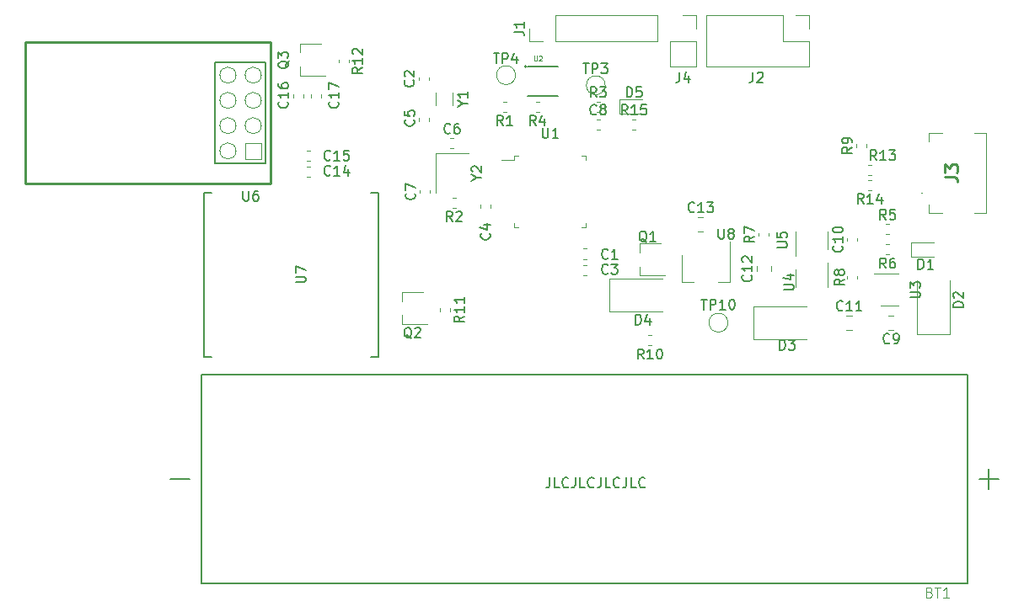
<source format=gbr>
G04 #@! TF.GenerationSoftware,KiCad,Pcbnew,5.1.5-52549c5~86~ubuntu19.10.1*
G04 #@! TF.CreationDate,2020-07-12T21:09:55+02:00*
G04 #@! TF.ProjectId,Remote_TempHumid,52656d6f-7465-45f5-9465-6d7048756d69,rev?*
G04 #@! TF.SameCoordinates,Original*
G04 #@! TF.FileFunction,Legend,Top*
G04 #@! TF.FilePolarity,Positive*
%FSLAX46Y46*%
G04 Gerber Fmt 4.6, Leading zero omitted, Abs format (unit mm)*
G04 Created by KiCad (PCBNEW 5.1.5-52549c5~86~ubuntu19.10.1) date 2020-07-12 21:09:55*
%MOMM*%
%LPD*%
G04 APERTURE LIST*
%ADD10C,0.150000*%
%ADD11C,0.120000*%
%ADD12C,0.152400*%
%ADD13C,0.254000*%
%ADD14C,0.100000*%
%ADD15C,0.127000*%
%ADD16C,0.015000*%
G04 APERTURE END LIST*
D10*
X135715952Y-104735380D02*
X135715952Y-105449666D01*
X135668333Y-105592523D01*
X135573095Y-105687761D01*
X135430238Y-105735380D01*
X135335000Y-105735380D01*
X136668333Y-105735380D02*
X136192142Y-105735380D01*
X136192142Y-104735380D01*
X137573095Y-105640142D02*
X137525476Y-105687761D01*
X137382619Y-105735380D01*
X137287380Y-105735380D01*
X137144523Y-105687761D01*
X137049285Y-105592523D01*
X137001666Y-105497285D01*
X136954047Y-105306809D01*
X136954047Y-105163952D01*
X137001666Y-104973476D01*
X137049285Y-104878238D01*
X137144523Y-104783000D01*
X137287380Y-104735380D01*
X137382619Y-104735380D01*
X137525476Y-104783000D01*
X137573095Y-104830619D01*
X138287380Y-104735380D02*
X138287380Y-105449666D01*
X138239761Y-105592523D01*
X138144523Y-105687761D01*
X138001666Y-105735380D01*
X137906428Y-105735380D01*
X139239761Y-105735380D02*
X138763571Y-105735380D01*
X138763571Y-104735380D01*
X140144523Y-105640142D02*
X140096904Y-105687761D01*
X139954047Y-105735380D01*
X139858809Y-105735380D01*
X139715952Y-105687761D01*
X139620714Y-105592523D01*
X139573095Y-105497285D01*
X139525476Y-105306809D01*
X139525476Y-105163952D01*
X139573095Y-104973476D01*
X139620714Y-104878238D01*
X139715952Y-104783000D01*
X139858809Y-104735380D01*
X139954047Y-104735380D01*
X140096904Y-104783000D01*
X140144523Y-104830619D01*
X140858809Y-104735380D02*
X140858809Y-105449666D01*
X140811190Y-105592523D01*
X140715952Y-105687761D01*
X140573095Y-105735380D01*
X140477857Y-105735380D01*
X141811190Y-105735380D02*
X141335000Y-105735380D01*
X141335000Y-104735380D01*
X142715952Y-105640142D02*
X142668333Y-105687761D01*
X142525476Y-105735380D01*
X142430238Y-105735380D01*
X142287380Y-105687761D01*
X142192142Y-105592523D01*
X142144523Y-105497285D01*
X142096904Y-105306809D01*
X142096904Y-105163952D01*
X142144523Y-104973476D01*
X142192142Y-104878238D01*
X142287380Y-104783000D01*
X142430238Y-104735380D01*
X142525476Y-104735380D01*
X142668333Y-104783000D01*
X142715952Y-104830619D01*
X143430238Y-104735380D02*
X143430238Y-105449666D01*
X143382619Y-105592523D01*
X143287380Y-105687761D01*
X143144523Y-105735380D01*
X143049285Y-105735380D01*
X144382619Y-105735380D02*
X143906428Y-105735380D01*
X143906428Y-104735380D01*
X145287380Y-105640142D02*
X145239761Y-105687761D01*
X145096904Y-105735380D01*
X145001666Y-105735380D01*
X144858809Y-105687761D01*
X144763571Y-105592523D01*
X144715952Y-105497285D01*
X144668333Y-105306809D01*
X144668333Y-105163952D01*
X144715952Y-104973476D01*
X144763571Y-104878238D01*
X144858809Y-104783000D01*
X145001666Y-104735380D01*
X145096904Y-104735380D01*
X145239761Y-104783000D01*
X145287380Y-104830619D01*
D11*
X112778000Y-66494779D02*
X112778000Y-66169221D01*
X111758000Y-66494779D02*
X111758000Y-66169221D01*
X109980000Y-66169221D02*
X109980000Y-66494779D01*
X111000000Y-66169221D02*
X111000000Y-66494779D01*
D10*
X101728000Y-76078000D02*
X100978000Y-76078000D01*
X100978000Y-76078000D02*
X100978000Y-92578000D01*
X100978000Y-92578000D02*
X101728000Y-92578000D01*
X117728000Y-76078000D02*
X118478000Y-76078000D01*
X118478000Y-76078000D02*
X118478000Y-92578000D01*
X118478000Y-92578000D02*
X117728000Y-92578000D01*
D11*
X161731000Y-58233000D02*
X161731000Y-59563000D01*
X160401000Y-58233000D02*
X161731000Y-58233000D01*
X161731000Y-60833000D02*
X161731000Y-63433000D01*
X159131000Y-60833000D02*
X161731000Y-60833000D01*
X159131000Y-58233000D02*
X159131000Y-60833000D01*
X161731000Y-63433000D02*
X151451000Y-63433000D01*
X159131000Y-58233000D02*
X151451000Y-58233000D01*
X151451000Y-58233000D02*
X151451000Y-63433000D01*
X132133000Y-72814500D02*
X130843000Y-72814500D01*
X132133000Y-72364500D02*
X132133000Y-72814500D01*
X132583000Y-72364500D02*
X132133000Y-72364500D01*
X139353000Y-72364500D02*
X139353000Y-72814500D01*
X138903000Y-72364500D02*
X139353000Y-72364500D01*
X132133000Y-79584500D02*
X132133000Y-79134500D01*
X132583000Y-79584500D02*
X132133000Y-79584500D01*
X139353000Y-79584500D02*
X139353000Y-79134500D01*
X138903000Y-79584500D02*
X139353000Y-79584500D01*
X124220000Y-67330000D02*
X124220000Y-65980000D01*
X125970000Y-67330000D02*
X125970000Y-65980000D01*
X122553000Y-68569721D02*
X122553000Y-68895279D01*
X123573000Y-68569721D02*
X123573000Y-68895279D01*
X123573000Y-64780279D02*
X123573000Y-64454721D01*
X122553000Y-64780279D02*
X122553000Y-64454721D01*
X156144000Y-87504000D02*
X161544000Y-87504000D01*
X156144000Y-90804000D02*
X161544000Y-90804000D01*
X156144000Y-87504000D02*
X156144000Y-90804000D01*
X157736000Y-80452279D02*
X157736000Y-80126721D01*
X156716000Y-80452279D02*
X156716000Y-80126721D01*
X124295000Y-72125000D02*
X124295000Y-76125000D01*
X127595000Y-72125000D02*
X124295000Y-72125000D01*
X153784000Y-85028500D02*
X152584000Y-85028500D01*
X153784000Y-81028500D02*
X153784000Y-85028500D01*
X148984000Y-85028500D02*
X148984000Y-82328500D01*
X150184000Y-85028500D02*
X148984000Y-85028500D01*
D12*
X102108000Y-73152000D02*
X104648000Y-73152000D01*
X102108000Y-62992000D02*
X102108000Y-73152000D01*
X107188000Y-62992000D02*
X102108000Y-62992000D01*
X107188000Y-70612000D02*
X107188000Y-62992000D01*
X107188000Y-73152000D02*
X107188000Y-70612000D01*
X104648000Y-73152000D02*
X107188000Y-73152000D01*
D13*
X107696000Y-60960000D02*
X107696000Y-75184000D01*
X83058000Y-60960000D02*
X107696000Y-60960000D01*
X83058000Y-75184000D02*
X83058000Y-60960000D01*
X107696000Y-75184000D02*
X83058000Y-75184000D01*
D11*
X160381000Y-79956000D02*
X160381000Y-82406000D01*
X163601000Y-81756000D02*
X163601000Y-79956000D01*
X163601000Y-85566000D02*
X163601000Y-83116000D01*
X160381000Y-83766000D02*
X160381000Y-85566000D01*
X170742000Y-84242000D02*
X168292000Y-84242000D01*
X168942000Y-87462000D02*
X170742000Y-87462000D01*
D14*
X133378000Y-63397000D02*
G75*
G03X133378000Y-63397000I-127000J0D01*
G01*
D15*
X136501000Y-63397000D02*
X133501000Y-63397000D01*
X133501000Y-66397000D02*
X136501000Y-66397000D01*
D11*
X153604000Y-89154000D02*
G75*
G03X153604000Y-89154000I-950000J0D01*
G01*
X132268000Y-64262000D02*
G75*
G03X132268000Y-64262000I-950000J0D01*
G01*
X141285000Y-65278000D02*
G75*
G03X141285000Y-65278000I-950000J0D01*
G01*
X144007721Y-69725000D02*
X144333279Y-69725000D01*
X144007721Y-68705000D02*
X144333279Y-68705000D01*
X168031279Y-74801000D02*
X167705721Y-74801000D01*
X168031279Y-75821000D02*
X167705721Y-75821000D01*
X167705721Y-74297000D02*
X168031279Y-74297000D01*
X167705721Y-73277000D02*
X168031279Y-73277000D01*
X114488500Y-62676721D02*
X114488500Y-63002279D01*
X115508500Y-62676721D02*
X115508500Y-63002279D01*
X124712000Y-87695721D02*
X124712000Y-88021279D01*
X125732000Y-87695721D02*
X125732000Y-88021279D01*
X145933279Y-90422000D02*
X145607721Y-90422000D01*
X145933279Y-91442000D02*
X145607721Y-91442000D01*
X166495000Y-71185721D02*
X166495000Y-71511279D01*
X167515000Y-71185721D02*
X167515000Y-71511279D01*
X166626000Y-84770279D02*
X166626000Y-84444721D01*
X165606000Y-84770279D02*
X165606000Y-84444721D01*
X169809279Y-81278000D02*
X169483721Y-81278000D01*
X169809279Y-82298000D02*
X169483721Y-82298000D01*
X169483721Y-80266000D02*
X169809279Y-80266000D01*
X169483721Y-79246000D02*
X169809279Y-79246000D01*
X134630279Y-66927000D02*
X134304721Y-66927000D01*
X134630279Y-67947000D02*
X134304721Y-67947000D01*
X140400721Y-67947000D02*
X140726279Y-67947000D01*
X140400721Y-66927000D02*
X140726279Y-66927000D01*
X126248279Y-76579000D02*
X125922721Y-76579000D01*
X126248279Y-77599000D02*
X125922721Y-77599000D01*
X131328279Y-66927000D02*
X131002721Y-66927000D01*
X131328279Y-67947000D02*
X131002721Y-67947000D01*
X112771500Y-61067000D02*
X110621500Y-61067000D01*
X113196500Y-64287000D02*
X110621500Y-64287000D01*
X110621500Y-61977000D02*
X110621500Y-61067000D01*
X110621500Y-64287000D02*
X110621500Y-63377000D01*
X122995000Y-86086000D02*
X120845000Y-86086000D01*
X123420000Y-89306000D02*
X120845000Y-89306000D01*
X120845000Y-86996000D02*
X120845000Y-86086000D01*
X120845000Y-89306000D02*
X120845000Y-88396000D01*
X146871000Y-81194000D02*
X144721000Y-81194000D01*
X147296000Y-84414000D02*
X144721000Y-84414000D01*
X144721000Y-82104000D02*
X144721000Y-81194000D01*
X144721000Y-84414000D02*
X144721000Y-83504000D01*
X149098000Y-58233000D02*
X150428000Y-58233000D01*
X150428000Y-58233000D02*
X150428000Y-59563000D01*
X150428000Y-60833000D02*
X150428000Y-63433000D01*
X147768000Y-63433000D02*
X150428000Y-63433000D01*
X147768000Y-60833000D02*
X147768000Y-63433000D01*
X147768000Y-60833000D02*
X150428000Y-60833000D01*
D14*
X173130000Y-76099000D02*
X173130000Y-76099000D01*
X173030000Y-76099000D02*
X173030000Y-76099000D01*
X175130000Y-70099000D02*
X173790000Y-70099000D01*
X173790000Y-70099000D02*
X173790000Y-70899000D01*
X175130000Y-78099000D02*
X173790000Y-78099000D01*
X173790000Y-78099000D02*
X173790000Y-77299000D01*
X178330000Y-70099000D02*
X179530000Y-70099000D01*
X179530000Y-70099000D02*
X179530000Y-78099000D01*
X179530000Y-78099000D02*
X178330000Y-78099000D01*
X173030000Y-76099000D02*
G75*
G02X173130000Y-76099000I50000J0D01*
G01*
X173130000Y-76099000D02*
G75*
G02X173030000Y-76099000I-50000J0D01*
G01*
D11*
X133671000Y-60893000D02*
X133671000Y-59563000D01*
X135001000Y-60893000D02*
X133671000Y-60893000D01*
X136271000Y-60893000D02*
X136271000Y-58233000D01*
X136271000Y-58233000D02*
X146491000Y-58233000D01*
X136271000Y-60893000D02*
X146491000Y-60893000D01*
X146491000Y-60893000D02*
X146491000Y-58233000D01*
X142685500Y-68172000D02*
X144970500Y-68172000D01*
X142685500Y-66702000D02*
X142685500Y-68172000D01*
X144970500Y-66702000D02*
X142685500Y-66702000D01*
X141666000Y-84710000D02*
X147066000Y-84710000D01*
X141666000Y-88010000D02*
X147066000Y-88010000D01*
X141666000Y-84710000D02*
X141666000Y-88010000D01*
X172594000Y-90300000D02*
X172594000Y-84900000D01*
X175894000Y-90300000D02*
X175894000Y-84900000D01*
X172594000Y-90300000D02*
X175894000Y-90300000D01*
X171971500Y-82523000D02*
X174256500Y-82523000D01*
X171971500Y-81053000D02*
X171971500Y-82523000D01*
X174256500Y-81053000D02*
X171971500Y-81053000D01*
X111317721Y-72900000D02*
X111643279Y-72900000D01*
X111317721Y-71880000D02*
X111643279Y-71880000D01*
X111643279Y-73467500D02*
X111317721Y-73467500D01*
X111643279Y-74487500D02*
X111317721Y-74487500D01*
X150617422Y-79958000D02*
X151134578Y-79958000D01*
X150617422Y-78538000D02*
X151134578Y-78538000D01*
X157936000Y-84000078D02*
X157936000Y-83482922D01*
X156516000Y-84000078D02*
X156516000Y-83482922D01*
X165524922Y-89864000D02*
X166042078Y-89864000D01*
X165524922Y-88444000D02*
X166042078Y-88444000D01*
X166626000Y-80960279D02*
X166626000Y-80634721D01*
X165606000Y-80960279D02*
X165606000Y-80634721D01*
X170263078Y-88444000D02*
X169745922Y-88444000D01*
X170263078Y-89864000D02*
X169745922Y-89864000D01*
X140400721Y-69725000D02*
X140726279Y-69725000D01*
X140400721Y-68705000D02*
X140726279Y-68705000D01*
X123700000Y-76134279D02*
X123700000Y-75808721D01*
X122680000Y-76134279D02*
X122680000Y-75808721D01*
X125719721Y-71630000D02*
X126045279Y-71630000D01*
X125719721Y-70610000D02*
X126045279Y-70610000D01*
X128776000Y-77269221D02*
X128776000Y-77594779D01*
X129796000Y-77269221D02*
X129796000Y-77594779D01*
X139392779Y-83373500D02*
X139067221Y-83373500D01*
X139392779Y-84393500D02*
X139067221Y-84393500D01*
X139392779Y-81722500D02*
X139067221Y-81722500D01*
X139392779Y-82742500D02*
X139067221Y-82742500D01*
D15*
X99562000Y-104902000D02*
X97562000Y-104902000D01*
X180822000Y-104902000D02*
X178822000Y-104902000D01*
X179822000Y-105902000D02*
X179822000Y-103902000D01*
X177672000Y-94412000D02*
X177672000Y-115392000D01*
X100712000Y-94412000D02*
X177672000Y-94412000D01*
X100712000Y-115392000D02*
X100712000Y-94412000D01*
X177672000Y-115392000D02*
X100712000Y-115392000D01*
D14*
X104191600Y-64262000D02*
X104191600Y-64262000D01*
X102564400Y-64262000D02*
X102564400Y-64262000D01*
X104191600Y-64262000D02*
G75*
G03X102564400Y-64262000I-813600J0D01*
G01*
X102564400Y-64262000D02*
G75*
G03X104191600Y-64262000I813600J0D01*
G01*
X106731600Y-64262000D02*
X106731600Y-64262000D01*
X105104400Y-64262000D02*
X105104400Y-64262000D01*
X106731600Y-64262000D02*
G75*
G03X105104400Y-64262000I-813600J0D01*
G01*
X105104400Y-64262000D02*
G75*
G03X106731600Y-64262000I813600J0D01*
G01*
X104191600Y-66802000D02*
X104191600Y-66802000D01*
X102564400Y-66802000D02*
X102564400Y-66802000D01*
X104191600Y-66802000D02*
G75*
G03X102564400Y-66802000I-813600J0D01*
G01*
X102564400Y-66802000D02*
G75*
G03X104191600Y-66802000I813600J0D01*
G01*
X106731600Y-66802000D02*
X106731600Y-66802000D01*
X105104400Y-66802000D02*
X105104400Y-66802000D01*
X106731600Y-66802000D02*
G75*
G03X105104400Y-66802000I-813600J0D01*
G01*
X105104400Y-66802000D02*
G75*
G03X106731600Y-66802000I813600J0D01*
G01*
X104191600Y-69342000D02*
X104191600Y-69342000D01*
X102564400Y-69342000D02*
X102564400Y-69342000D01*
X104191600Y-69342000D02*
G75*
G03X102564400Y-69342000I-813600J0D01*
G01*
X102564400Y-69342000D02*
G75*
G03X104191600Y-69342000I813600J0D01*
G01*
X106731600Y-69342000D02*
X106731600Y-69342000D01*
X105104400Y-69342000D02*
X105104400Y-69342000D01*
X106731600Y-69342000D02*
G75*
G03X105104400Y-69342000I-813600J0D01*
G01*
X105104400Y-69342000D02*
G75*
G03X106731600Y-69342000I813600J0D01*
G01*
X104191600Y-71882000D02*
X104191600Y-71882000D01*
X102564400Y-71882000D02*
X102564400Y-71882000D01*
X104191600Y-71882000D02*
G75*
G03X102564400Y-71882000I-813600J0D01*
G01*
X102564400Y-71882000D02*
G75*
G03X104191600Y-71882000I813600J0D01*
G01*
X105104400Y-71068400D02*
X105104400Y-72695600D01*
X106731600Y-72695600D01*
X106731600Y-71068400D01*
X105104400Y-71068400D01*
D10*
X114403142Y-66936857D02*
X114450761Y-66984476D01*
X114498380Y-67127333D01*
X114498380Y-67222571D01*
X114450761Y-67365428D01*
X114355523Y-67460666D01*
X114260285Y-67508285D01*
X114069809Y-67555904D01*
X113926952Y-67555904D01*
X113736476Y-67508285D01*
X113641238Y-67460666D01*
X113546000Y-67365428D01*
X113498380Y-67222571D01*
X113498380Y-67127333D01*
X113546000Y-66984476D01*
X113593619Y-66936857D01*
X114498380Y-65984476D02*
X114498380Y-66555904D01*
X114498380Y-66270190D02*
X113498380Y-66270190D01*
X113641238Y-66365428D01*
X113736476Y-66460666D01*
X113784095Y-66555904D01*
X113498380Y-65651142D02*
X113498380Y-64984476D01*
X114498380Y-65413047D01*
X109323142Y-66936857D02*
X109370761Y-66984476D01*
X109418380Y-67127333D01*
X109418380Y-67222571D01*
X109370761Y-67365428D01*
X109275523Y-67460666D01*
X109180285Y-67508285D01*
X108989809Y-67555904D01*
X108846952Y-67555904D01*
X108656476Y-67508285D01*
X108561238Y-67460666D01*
X108466000Y-67365428D01*
X108418380Y-67222571D01*
X108418380Y-67127333D01*
X108466000Y-66984476D01*
X108513619Y-66936857D01*
X109418380Y-65984476D02*
X109418380Y-66555904D01*
X109418380Y-66270190D02*
X108418380Y-66270190D01*
X108561238Y-66365428D01*
X108656476Y-66460666D01*
X108704095Y-66555904D01*
X108418380Y-65127333D02*
X108418380Y-65317809D01*
X108466000Y-65413047D01*
X108513619Y-65460666D01*
X108656476Y-65555904D01*
X108846952Y-65603523D01*
X109227904Y-65603523D01*
X109323142Y-65555904D01*
X109370761Y-65508285D01*
X109418380Y-65413047D01*
X109418380Y-65222571D01*
X109370761Y-65127333D01*
X109323142Y-65079714D01*
X109227904Y-65032095D01*
X108989809Y-65032095D01*
X108894571Y-65079714D01*
X108846952Y-65127333D01*
X108799333Y-65222571D01*
X108799333Y-65413047D01*
X108846952Y-65508285D01*
X108894571Y-65555904D01*
X108989809Y-65603523D01*
X110180380Y-85089904D02*
X110989904Y-85089904D01*
X111085142Y-85042285D01*
X111132761Y-84994666D01*
X111180380Y-84899428D01*
X111180380Y-84708952D01*
X111132761Y-84613714D01*
X111085142Y-84566095D01*
X110989904Y-84518476D01*
X110180380Y-84518476D01*
X110180380Y-84137523D02*
X110180380Y-83470857D01*
X111180380Y-83899428D01*
X156130666Y-63968380D02*
X156130666Y-64682666D01*
X156083047Y-64825523D01*
X155987809Y-64920761D01*
X155844952Y-64968380D01*
X155749714Y-64968380D01*
X156559238Y-64063619D02*
X156606857Y-64016000D01*
X156702095Y-63968380D01*
X156940190Y-63968380D01*
X157035428Y-64016000D01*
X157083047Y-64063619D01*
X157130666Y-64158857D01*
X157130666Y-64254095D01*
X157083047Y-64396952D01*
X156511619Y-64968380D01*
X157130666Y-64968380D01*
X134981095Y-69576880D02*
X134981095Y-70386404D01*
X135028714Y-70481642D01*
X135076333Y-70529261D01*
X135171571Y-70576880D01*
X135362047Y-70576880D01*
X135457285Y-70529261D01*
X135504904Y-70481642D01*
X135552523Y-70386404D01*
X135552523Y-69576880D01*
X136552523Y-70576880D02*
X135981095Y-70576880D01*
X136266809Y-70576880D02*
X136266809Y-69576880D01*
X136171571Y-69719738D01*
X136076333Y-69814976D01*
X135981095Y-69862595D01*
X126976190Y-67131190D02*
X127452380Y-67131190D01*
X126452380Y-67464523D02*
X126976190Y-67131190D01*
X126452380Y-66797857D01*
X127452380Y-65940714D02*
X127452380Y-66512142D01*
X127452380Y-66226428D02*
X126452380Y-66226428D01*
X126595238Y-66321666D01*
X126690476Y-66416904D01*
X126738095Y-66512142D01*
X122023142Y-68746666D02*
X122070761Y-68794285D01*
X122118380Y-68937142D01*
X122118380Y-69032380D01*
X122070761Y-69175238D01*
X121975523Y-69270476D01*
X121880285Y-69318095D01*
X121689809Y-69365714D01*
X121546952Y-69365714D01*
X121356476Y-69318095D01*
X121261238Y-69270476D01*
X121166000Y-69175238D01*
X121118380Y-69032380D01*
X121118380Y-68937142D01*
X121166000Y-68794285D01*
X121213619Y-68746666D01*
X121118380Y-67841904D02*
X121118380Y-68318095D01*
X121594571Y-68365714D01*
X121546952Y-68318095D01*
X121499333Y-68222857D01*
X121499333Y-67984761D01*
X121546952Y-67889523D01*
X121594571Y-67841904D01*
X121689809Y-67794285D01*
X121927904Y-67794285D01*
X122023142Y-67841904D01*
X122070761Y-67889523D01*
X122118380Y-67984761D01*
X122118380Y-68222857D01*
X122070761Y-68318095D01*
X122023142Y-68365714D01*
X121990142Y-64784166D02*
X122037761Y-64831785D01*
X122085380Y-64974642D01*
X122085380Y-65069880D01*
X122037761Y-65212738D01*
X121942523Y-65307976D01*
X121847285Y-65355595D01*
X121656809Y-65403214D01*
X121513952Y-65403214D01*
X121323476Y-65355595D01*
X121228238Y-65307976D01*
X121133000Y-65212738D01*
X121085380Y-65069880D01*
X121085380Y-64974642D01*
X121133000Y-64831785D01*
X121180619Y-64784166D01*
X121180619Y-64403214D02*
X121133000Y-64355595D01*
X121085380Y-64260357D01*
X121085380Y-64022261D01*
X121133000Y-63927023D01*
X121180619Y-63879404D01*
X121275857Y-63831785D01*
X121371095Y-63831785D01*
X121513952Y-63879404D01*
X122085380Y-64450833D01*
X122085380Y-63831785D01*
X158805904Y-91892380D02*
X158805904Y-90892380D01*
X159044000Y-90892380D01*
X159186857Y-90940000D01*
X159282095Y-91035238D01*
X159329714Y-91130476D01*
X159377333Y-91320952D01*
X159377333Y-91463809D01*
X159329714Y-91654285D01*
X159282095Y-91749523D01*
X159186857Y-91844761D01*
X159044000Y-91892380D01*
X158805904Y-91892380D01*
X159710666Y-90892380D02*
X160329714Y-90892380D01*
X159996380Y-91273333D01*
X160139238Y-91273333D01*
X160234476Y-91320952D01*
X160282095Y-91368571D01*
X160329714Y-91463809D01*
X160329714Y-91701904D01*
X160282095Y-91797142D01*
X160234476Y-91844761D01*
X160139238Y-91892380D01*
X159853523Y-91892380D01*
X159758285Y-91844761D01*
X159710666Y-91797142D01*
X156248380Y-80456166D02*
X155772190Y-80789500D01*
X156248380Y-81027595D02*
X155248380Y-81027595D01*
X155248380Y-80646642D01*
X155296000Y-80551404D01*
X155343619Y-80503785D01*
X155438857Y-80456166D01*
X155581714Y-80456166D01*
X155676952Y-80503785D01*
X155724571Y-80551404D01*
X155772190Y-80646642D01*
X155772190Y-81027595D01*
X155248380Y-80122833D02*
X155248380Y-79456166D01*
X156248380Y-79884738D01*
X128371190Y-74601190D02*
X128847380Y-74601190D01*
X127847380Y-74934523D02*
X128371190Y-74601190D01*
X127847380Y-74267857D01*
X127942619Y-73982142D02*
X127895000Y-73934523D01*
X127847380Y-73839285D01*
X127847380Y-73601190D01*
X127895000Y-73505952D01*
X127942619Y-73458333D01*
X128037857Y-73410714D01*
X128133095Y-73410714D01*
X128275952Y-73458333D01*
X128847380Y-74029761D01*
X128847380Y-73410714D01*
X152654095Y-79716380D02*
X152654095Y-80525904D01*
X152701714Y-80621142D01*
X152749333Y-80668761D01*
X152844571Y-80716380D01*
X153035047Y-80716380D01*
X153130285Y-80668761D01*
X153177904Y-80621142D01*
X153225523Y-80525904D01*
X153225523Y-79716380D01*
X153844571Y-80144952D02*
X153749333Y-80097333D01*
X153701714Y-80049714D01*
X153654095Y-79954476D01*
X153654095Y-79906857D01*
X153701714Y-79811619D01*
X153749333Y-79764000D01*
X153844571Y-79716380D01*
X154035047Y-79716380D01*
X154130285Y-79764000D01*
X154177904Y-79811619D01*
X154225523Y-79906857D01*
X154225523Y-79954476D01*
X154177904Y-80049714D01*
X154130285Y-80097333D01*
X154035047Y-80144952D01*
X153844571Y-80144952D01*
X153749333Y-80192571D01*
X153701714Y-80240190D01*
X153654095Y-80335428D01*
X153654095Y-80525904D01*
X153701714Y-80621142D01*
X153749333Y-80668761D01*
X153844571Y-80716380D01*
X154035047Y-80716380D01*
X154130285Y-80668761D01*
X154177904Y-80621142D01*
X154225523Y-80525904D01*
X154225523Y-80335428D01*
X154177904Y-80240190D01*
X154130285Y-80192571D01*
X154035047Y-80144952D01*
X104902095Y-75906380D02*
X104902095Y-76715904D01*
X104949714Y-76811142D01*
X104997333Y-76858761D01*
X105092571Y-76906380D01*
X105283047Y-76906380D01*
X105378285Y-76858761D01*
X105425904Y-76811142D01*
X105473523Y-76715904D01*
X105473523Y-75906380D01*
X106378285Y-75906380D02*
X106187809Y-75906380D01*
X106092571Y-75954000D01*
X106044952Y-76001619D01*
X105949714Y-76144476D01*
X105902095Y-76334952D01*
X105902095Y-76715904D01*
X105949714Y-76811142D01*
X105997333Y-76858761D01*
X106092571Y-76906380D01*
X106283047Y-76906380D01*
X106378285Y-76858761D01*
X106425904Y-76811142D01*
X106473523Y-76715904D01*
X106473523Y-76477809D01*
X106425904Y-76382571D01*
X106378285Y-76334952D01*
X106283047Y-76287333D01*
X106092571Y-76287333D01*
X105997333Y-76334952D01*
X105949714Y-76382571D01*
X105902095Y-76477809D01*
X158543380Y-81617904D02*
X159352904Y-81617904D01*
X159448142Y-81570285D01*
X159495761Y-81522666D01*
X159543380Y-81427428D01*
X159543380Y-81236952D01*
X159495761Y-81141714D01*
X159448142Y-81094095D01*
X159352904Y-81046476D01*
X158543380Y-81046476D01*
X158543380Y-80094095D02*
X158543380Y-80570285D01*
X159019571Y-80617904D01*
X158971952Y-80570285D01*
X158924333Y-80475047D01*
X158924333Y-80236952D01*
X158971952Y-80141714D01*
X159019571Y-80094095D01*
X159114809Y-80046476D01*
X159352904Y-80046476D01*
X159448142Y-80094095D01*
X159495761Y-80141714D01*
X159543380Y-80236952D01*
X159543380Y-80475047D01*
X159495761Y-80570285D01*
X159448142Y-80617904D01*
X159218380Y-85851904D02*
X160027904Y-85851904D01*
X160123142Y-85804285D01*
X160170761Y-85756666D01*
X160218380Y-85661428D01*
X160218380Y-85470952D01*
X160170761Y-85375714D01*
X160123142Y-85328095D01*
X160027904Y-85280476D01*
X159218380Y-85280476D01*
X159551714Y-84375714D02*
X160218380Y-84375714D01*
X159170761Y-84613809D02*
X159885047Y-84851904D01*
X159885047Y-84232857D01*
X171918380Y-86613904D02*
X172727904Y-86613904D01*
X172823142Y-86566285D01*
X172870761Y-86518666D01*
X172918380Y-86423428D01*
X172918380Y-86232952D01*
X172870761Y-86137714D01*
X172823142Y-86090095D01*
X172727904Y-86042476D01*
X171918380Y-86042476D01*
X171918380Y-85661523D02*
X171918380Y-85042476D01*
X172299333Y-85375809D01*
X172299333Y-85232952D01*
X172346952Y-85137714D01*
X172394571Y-85090095D01*
X172489809Y-85042476D01*
X172727904Y-85042476D01*
X172823142Y-85090095D01*
X172870761Y-85137714D01*
X172918380Y-85232952D01*
X172918380Y-85518666D01*
X172870761Y-85613904D01*
X172823142Y-85661523D01*
D16*
X134158464Y-62326839D02*
X134158464Y-62715789D01*
X134181343Y-62761548D01*
X134204223Y-62784428D01*
X134249981Y-62807307D01*
X134341499Y-62807307D01*
X134387258Y-62784428D01*
X134410137Y-62761548D01*
X134433017Y-62715789D01*
X134433017Y-62326839D01*
X134638932Y-62372598D02*
X134661811Y-62349719D01*
X134707570Y-62326839D01*
X134821967Y-62326839D01*
X134867726Y-62349719D01*
X134890605Y-62372598D01*
X134913485Y-62418357D01*
X134913485Y-62464116D01*
X134890605Y-62532754D01*
X134616052Y-62807307D01*
X134913485Y-62807307D01*
D10*
X150915904Y-86828380D02*
X151487333Y-86828380D01*
X151201619Y-87828380D02*
X151201619Y-86828380D01*
X151820666Y-87828380D02*
X151820666Y-86828380D01*
X152201619Y-86828380D01*
X152296857Y-86876000D01*
X152344476Y-86923619D01*
X152392095Y-87018857D01*
X152392095Y-87161714D01*
X152344476Y-87256952D01*
X152296857Y-87304571D01*
X152201619Y-87352190D01*
X151820666Y-87352190D01*
X153344476Y-87828380D02*
X152773047Y-87828380D01*
X153058761Y-87828380D02*
X153058761Y-86828380D01*
X152963523Y-86971238D01*
X152868285Y-87066476D01*
X152773047Y-87114095D01*
X153963523Y-86828380D02*
X154058761Y-86828380D01*
X154154000Y-86876000D01*
X154201619Y-86923619D01*
X154249238Y-87018857D01*
X154296857Y-87209333D01*
X154296857Y-87447428D01*
X154249238Y-87637904D01*
X154201619Y-87733142D01*
X154154000Y-87780761D01*
X154058761Y-87828380D01*
X153963523Y-87828380D01*
X153868285Y-87780761D01*
X153820666Y-87733142D01*
X153773047Y-87637904D01*
X153725428Y-87447428D01*
X153725428Y-87209333D01*
X153773047Y-87018857D01*
X153820666Y-86923619D01*
X153868285Y-86876000D01*
X153963523Y-86828380D01*
X130056095Y-62066380D02*
X130627523Y-62066380D01*
X130341809Y-63066380D02*
X130341809Y-62066380D01*
X130960857Y-63066380D02*
X130960857Y-62066380D01*
X131341809Y-62066380D01*
X131437047Y-62114000D01*
X131484666Y-62161619D01*
X131532285Y-62256857D01*
X131532285Y-62399714D01*
X131484666Y-62494952D01*
X131437047Y-62542571D01*
X131341809Y-62590190D01*
X130960857Y-62590190D01*
X132389428Y-62399714D02*
X132389428Y-63066380D01*
X132151333Y-62018761D02*
X131913238Y-62733047D01*
X132532285Y-62733047D01*
X139073095Y-63082380D02*
X139644523Y-63082380D01*
X139358809Y-64082380D02*
X139358809Y-63082380D01*
X139977857Y-64082380D02*
X139977857Y-63082380D01*
X140358809Y-63082380D01*
X140454047Y-63130000D01*
X140501666Y-63177619D01*
X140549285Y-63272857D01*
X140549285Y-63415714D01*
X140501666Y-63510952D01*
X140454047Y-63558571D01*
X140358809Y-63606190D01*
X139977857Y-63606190D01*
X140882619Y-63082380D02*
X141501666Y-63082380D01*
X141168333Y-63463333D01*
X141311190Y-63463333D01*
X141406428Y-63510952D01*
X141454047Y-63558571D01*
X141501666Y-63653809D01*
X141501666Y-63891904D01*
X141454047Y-63987142D01*
X141406428Y-64034761D01*
X141311190Y-64082380D01*
X141025476Y-64082380D01*
X140930238Y-64034761D01*
X140882619Y-63987142D01*
X143527642Y-68237380D02*
X143194309Y-67761190D01*
X142956214Y-68237380D02*
X142956214Y-67237380D01*
X143337166Y-67237380D01*
X143432404Y-67285000D01*
X143480023Y-67332619D01*
X143527642Y-67427857D01*
X143527642Y-67570714D01*
X143480023Y-67665952D01*
X143432404Y-67713571D01*
X143337166Y-67761190D01*
X142956214Y-67761190D01*
X144480023Y-68237380D02*
X143908595Y-68237380D01*
X144194309Y-68237380D02*
X144194309Y-67237380D01*
X144099071Y-67380238D01*
X144003833Y-67475476D01*
X143908595Y-67523095D01*
X145384785Y-67237380D02*
X144908595Y-67237380D01*
X144860976Y-67713571D01*
X144908595Y-67665952D01*
X145003833Y-67618333D01*
X145241928Y-67618333D01*
X145337166Y-67665952D01*
X145384785Y-67713571D01*
X145432404Y-67808809D01*
X145432404Y-68046904D01*
X145384785Y-68142142D01*
X145337166Y-68189761D01*
X145241928Y-68237380D01*
X145003833Y-68237380D01*
X144908595Y-68189761D01*
X144860976Y-68142142D01*
X167225642Y-77193380D02*
X166892309Y-76717190D01*
X166654214Y-77193380D02*
X166654214Y-76193380D01*
X167035166Y-76193380D01*
X167130404Y-76241000D01*
X167178023Y-76288619D01*
X167225642Y-76383857D01*
X167225642Y-76526714D01*
X167178023Y-76621952D01*
X167130404Y-76669571D01*
X167035166Y-76717190D01*
X166654214Y-76717190D01*
X168178023Y-77193380D02*
X167606595Y-77193380D01*
X167892309Y-77193380D02*
X167892309Y-76193380D01*
X167797071Y-76336238D01*
X167701833Y-76431476D01*
X167606595Y-76479095D01*
X169035166Y-76526714D02*
X169035166Y-77193380D01*
X168797071Y-76145761D02*
X168558976Y-76860047D01*
X169178023Y-76860047D01*
X168521142Y-72809380D02*
X168187809Y-72333190D01*
X167949714Y-72809380D02*
X167949714Y-71809380D01*
X168330666Y-71809380D01*
X168425904Y-71857000D01*
X168473523Y-71904619D01*
X168521142Y-71999857D01*
X168521142Y-72142714D01*
X168473523Y-72237952D01*
X168425904Y-72285571D01*
X168330666Y-72333190D01*
X167949714Y-72333190D01*
X169473523Y-72809380D02*
X168902095Y-72809380D01*
X169187809Y-72809380D02*
X169187809Y-71809380D01*
X169092571Y-71952238D01*
X168997333Y-72047476D01*
X168902095Y-72095095D01*
X169806857Y-71809380D02*
X170425904Y-71809380D01*
X170092571Y-72190333D01*
X170235428Y-72190333D01*
X170330666Y-72237952D01*
X170378285Y-72285571D01*
X170425904Y-72380809D01*
X170425904Y-72618904D01*
X170378285Y-72714142D01*
X170330666Y-72761761D01*
X170235428Y-72809380D01*
X169949714Y-72809380D01*
X169854476Y-72761761D01*
X169806857Y-72714142D01*
X116880880Y-63482357D02*
X116404690Y-63815690D01*
X116880880Y-64053785D02*
X115880880Y-64053785D01*
X115880880Y-63672833D01*
X115928500Y-63577595D01*
X115976119Y-63529976D01*
X116071357Y-63482357D01*
X116214214Y-63482357D01*
X116309452Y-63529976D01*
X116357071Y-63577595D01*
X116404690Y-63672833D01*
X116404690Y-64053785D01*
X116880880Y-62529976D02*
X116880880Y-63101404D01*
X116880880Y-62815690D02*
X115880880Y-62815690D01*
X116023738Y-62910928D01*
X116118976Y-63006166D01*
X116166595Y-63101404D01*
X115976119Y-62149023D02*
X115928500Y-62101404D01*
X115880880Y-62006166D01*
X115880880Y-61768071D01*
X115928500Y-61672833D01*
X115976119Y-61625214D01*
X116071357Y-61577595D01*
X116166595Y-61577595D01*
X116309452Y-61625214D01*
X116880880Y-62196642D01*
X116880880Y-61577595D01*
X127104380Y-88501357D02*
X126628190Y-88834690D01*
X127104380Y-89072785D02*
X126104380Y-89072785D01*
X126104380Y-88691833D01*
X126152000Y-88596595D01*
X126199619Y-88548976D01*
X126294857Y-88501357D01*
X126437714Y-88501357D01*
X126532952Y-88548976D01*
X126580571Y-88596595D01*
X126628190Y-88691833D01*
X126628190Y-89072785D01*
X127104380Y-87548976D02*
X127104380Y-88120404D01*
X127104380Y-87834690D02*
X126104380Y-87834690D01*
X126247238Y-87929928D01*
X126342476Y-88025166D01*
X126390095Y-88120404D01*
X127104380Y-86596595D02*
X127104380Y-87168023D01*
X127104380Y-86882309D02*
X126104380Y-86882309D01*
X126247238Y-86977547D01*
X126342476Y-87072785D01*
X126390095Y-87168023D01*
X145127642Y-92814380D02*
X144794309Y-92338190D01*
X144556214Y-92814380D02*
X144556214Y-91814380D01*
X144937166Y-91814380D01*
X145032404Y-91862000D01*
X145080023Y-91909619D01*
X145127642Y-92004857D01*
X145127642Y-92147714D01*
X145080023Y-92242952D01*
X145032404Y-92290571D01*
X144937166Y-92338190D01*
X144556214Y-92338190D01*
X146080023Y-92814380D02*
X145508595Y-92814380D01*
X145794309Y-92814380D02*
X145794309Y-91814380D01*
X145699071Y-91957238D01*
X145603833Y-92052476D01*
X145508595Y-92100095D01*
X146699071Y-91814380D02*
X146794309Y-91814380D01*
X146889547Y-91862000D01*
X146937166Y-91909619D01*
X146984785Y-92004857D01*
X147032404Y-92195333D01*
X147032404Y-92433428D01*
X146984785Y-92623904D01*
X146937166Y-92719142D01*
X146889547Y-92766761D01*
X146794309Y-92814380D01*
X146699071Y-92814380D01*
X146603833Y-92766761D01*
X146556214Y-92719142D01*
X146508595Y-92623904D01*
X146460976Y-92433428D01*
X146460976Y-92195333D01*
X146508595Y-92004857D01*
X146556214Y-91909619D01*
X146603833Y-91862000D01*
X146699071Y-91814380D01*
X166060380Y-71515166D02*
X165584190Y-71848500D01*
X166060380Y-72086595D02*
X165060380Y-72086595D01*
X165060380Y-71705642D01*
X165108000Y-71610404D01*
X165155619Y-71562785D01*
X165250857Y-71515166D01*
X165393714Y-71515166D01*
X165488952Y-71562785D01*
X165536571Y-71610404D01*
X165584190Y-71705642D01*
X165584190Y-72086595D01*
X166060380Y-71038976D02*
X166060380Y-70848500D01*
X166012761Y-70753261D01*
X165965142Y-70705642D01*
X165822285Y-70610404D01*
X165631809Y-70562785D01*
X165250857Y-70562785D01*
X165155619Y-70610404D01*
X165108000Y-70658023D01*
X165060380Y-70753261D01*
X165060380Y-70943738D01*
X165108000Y-71038976D01*
X165155619Y-71086595D01*
X165250857Y-71134214D01*
X165488952Y-71134214D01*
X165584190Y-71086595D01*
X165631809Y-71038976D01*
X165679428Y-70943738D01*
X165679428Y-70753261D01*
X165631809Y-70658023D01*
X165584190Y-70610404D01*
X165488952Y-70562785D01*
X165298380Y-84774166D02*
X164822190Y-85107500D01*
X165298380Y-85345595D02*
X164298380Y-85345595D01*
X164298380Y-84964642D01*
X164346000Y-84869404D01*
X164393619Y-84821785D01*
X164488857Y-84774166D01*
X164631714Y-84774166D01*
X164726952Y-84821785D01*
X164774571Y-84869404D01*
X164822190Y-84964642D01*
X164822190Y-85345595D01*
X164726952Y-84202738D02*
X164679333Y-84297976D01*
X164631714Y-84345595D01*
X164536476Y-84393214D01*
X164488857Y-84393214D01*
X164393619Y-84345595D01*
X164346000Y-84297976D01*
X164298380Y-84202738D01*
X164298380Y-84012261D01*
X164346000Y-83917023D01*
X164393619Y-83869404D01*
X164488857Y-83821785D01*
X164536476Y-83821785D01*
X164631714Y-83869404D01*
X164679333Y-83917023D01*
X164726952Y-84012261D01*
X164726952Y-84202738D01*
X164774571Y-84297976D01*
X164822190Y-84345595D01*
X164917428Y-84393214D01*
X165107904Y-84393214D01*
X165203142Y-84345595D01*
X165250761Y-84297976D01*
X165298380Y-84202738D01*
X165298380Y-84012261D01*
X165250761Y-83917023D01*
X165203142Y-83869404D01*
X165107904Y-83821785D01*
X164917428Y-83821785D01*
X164822190Y-83869404D01*
X164774571Y-83917023D01*
X164726952Y-84012261D01*
X169479833Y-83670380D02*
X169146500Y-83194190D01*
X168908404Y-83670380D02*
X168908404Y-82670380D01*
X169289357Y-82670380D01*
X169384595Y-82718000D01*
X169432214Y-82765619D01*
X169479833Y-82860857D01*
X169479833Y-83003714D01*
X169432214Y-83098952D01*
X169384595Y-83146571D01*
X169289357Y-83194190D01*
X168908404Y-83194190D01*
X170336976Y-82670380D02*
X170146500Y-82670380D01*
X170051261Y-82718000D01*
X170003642Y-82765619D01*
X169908404Y-82908476D01*
X169860785Y-83098952D01*
X169860785Y-83479904D01*
X169908404Y-83575142D01*
X169956023Y-83622761D01*
X170051261Y-83670380D01*
X170241738Y-83670380D01*
X170336976Y-83622761D01*
X170384595Y-83575142D01*
X170432214Y-83479904D01*
X170432214Y-83241809D01*
X170384595Y-83146571D01*
X170336976Y-83098952D01*
X170241738Y-83051333D01*
X170051261Y-83051333D01*
X169956023Y-83098952D01*
X169908404Y-83146571D01*
X169860785Y-83241809D01*
X169479833Y-78778380D02*
X169146500Y-78302190D01*
X168908404Y-78778380D02*
X168908404Y-77778380D01*
X169289357Y-77778380D01*
X169384595Y-77826000D01*
X169432214Y-77873619D01*
X169479833Y-77968857D01*
X169479833Y-78111714D01*
X169432214Y-78206952D01*
X169384595Y-78254571D01*
X169289357Y-78302190D01*
X168908404Y-78302190D01*
X170384595Y-77778380D02*
X169908404Y-77778380D01*
X169860785Y-78254571D01*
X169908404Y-78206952D01*
X170003642Y-78159333D01*
X170241738Y-78159333D01*
X170336976Y-78206952D01*
X170384595Y-78254571D01*
X170432214Y-78349809D01*
X170432214Y-78587904D01*
X170384595Y-78683142D01*
X170336976Y-78730761D01*
X170241738Y-78778380D01*
X170003642Y-78778380D01*
X169908404Y-78730761D01*
X169860785Y-78683142D01*
X134300833Y-69319380D02*
X133967500Y-68843190D01*
X133729404Y-69319380D02*
X133729404Y-68319380D01*
X134110357Y-68319380D01*
X134205595Y-68367000D01*
X134253214Y-68414619D01*
X134300833Y-68509857D01*
X134300833Y-68652714D01*
X134253214Y-68747952D01*
X134205595Y-68795571D01*
X134110357Y-68843190D01*
X133729404Y-68843190D01*
X135157976Y-68652714D02*
X135157976Y-69319380D01*
X134919880Y-68271761D02*
X134681785Y-68986047D01*
X135300833Y-68986047D01*
X140396833Y-66459380D02*
X140063500Y-65983190D01*
X139825404Y-66459380D02*
X139825404Y-65459380D01*
X140206357Y-65459380D01*
X140301595Y-65507000D01*
X140349214Y-65554619D01*
X140396833Y-65649857D01*
X140396833Y-65792714D01*
X140349214Y-65887952D01*
X140301595Y-65935571D01*
X140206357Y-65983190D01*
X139825404Y-65983190D01*
X140730166Y-65459380D02*
X141349214Y-65459380D01*
X141015880Y-65840333D01*
X141158738Y-65840333D01*
X141253976Y-65887952D01*
X141301595Y-65935571D01*
X141349214Y-66030809D01*
X141349214Y-66268904D01*
X141301595Y-66364142D01*
X141253976Y-66411761D01*
X141158738Y-66459380D01*
X140873023Y-66459380D01*
X140777785Y-66411761D01*
X140730166Y-66364142D01*
X125918833Y-78971380D02*
X125585500Y-78495190D01*
X125347404Y-78971380D02*
X125347404Y-77971380D01*
X125728357Y-77971380D01*
X125823595Y-78019000D01*
X125871214Y-78066619D01*
X125918833Y-78161857D01*
X125918833Y-78304714D01*
X125871214Y-78399952D01*
X125823595Y-78447571D01*
X125728357Y-78495190D01*
X125347404Y-78495190D01*
X126299785Y-78066619D02*
X126347404Y-78019000D01*
X126442642Y-77971380D01*
X126680738Y-77971380D01*
X126775976Y-78019000D01*
X126823595Y-78066619D01*
X126871214Y-78161857D01*
X126871214Y-78257095D01*
X126823595Y-78399952D01*
X126252166Y-78971380D01*
X126871214Y-78971380D01*
X130998833Y-69319380D02*
X130665500Y-68843190D01*
X130427404Y-69319380D02*
X130427404Y-68319380D01*
X130808357Y-68319380D01*
X130903595Y-68367000D01*
X130951214Y-68414619D01*
X130998833Y-68509857D01*
X130998833Y-68652714D01*
X130951214Y-68747952D01*
X130903595Y-68795571D01*
X130808357Y-68843190D01*
X130427404Y-68843190D01*
X131951214Y-69319380D02*
X131379785Y-69319380D01*
X131665500Y-69319380D02*
X131665500Y-68319380D01*
X131570261Y-68462238D01*
X131475023Y-68557476D01*
X131379785Y-68605095D01*
X109513619Y-62833238D02*
X109466000Y-62928476D01*
X109370761Y-63023714D01*
X109227904Y-63166571D01*
X109180285Y-63261809D01*
X109180285Y-63357047D01*
X109418380Y-63309428D02*
X109370761Y-63404666D01*
X109275523Y-63499904D01*
X109085047Y-63547523D01*
X108751714Y-63547523D01*
X108561238Y-63499904D01*
X108466000Y-63404666D01*
X108418380Y-63309428D01*
X108418380Y-63118952D01*
X108466000Y-63023714D01*
X108561238Y-62928476D01*
X108751714Y-62880857D01*
X109085047Y-62880857D01*
X109275523Y-62928476D01*
X109370761Y-63023714D01*
X109418380Y-63118952D01*
X109418380Y-63309428D01*
X108418380Y-62547523D02*
X108418380Y-61928476D01*
X108799333Y-62261809D01*
X108799333Y-62118952D01*
X108846952Y-62023714D01*
X108894571Y-61976095D01*
X108989809Y-61928476D01*
X109227904Y-61928476D01*
X109323142Y-61976095D01*
X109370761Y-62023714D01*
X109418380Y-62118952D01*
X109418380Y-62404666D01*
X109370761Y-62499904D01*
X109323142Y-62547523D01*
X121824761Y-90743619D02*
X121729523Y-90696000D01*
X121634285Y-90600761D01*
X121491428Y-90457904D01*
X121396190Y-90410285D01*
X121300952Y-90410285D01*
X121348571Y-90648380D02*
X121253333Y-90600761D01*
X121158095Y-90505523D01*
X121110476Y-90315047D01*
X121110476Y-89981714D01*
X121158095Y-89791238D01*
X121253333Y-89696000D01*
X121348571Y-89648380D01*
X121539047Y-89648380D01*
X121634285Y-89696000D01*
X121729523Y-89791238D01*
X121777142Y-89981714D01*
X121777142Y-90315047D01*
X121729523Y-90505523D01*
X121634285Y-90600761D01*
X121539047Y-90648380D01*
X121348571Y-90648380D01*
X122158095Y-89743619D02*
X122205714Y-89696000D01*
X122300952Y-89648380D01*
X122539047Y-89648380D01*
X122634285Y-89696000D01*
X122681904Y-89743619D01*
X122729523Y-89838857D01*
X122729523Y-89934095D01*
X122681904Y-90076952D01*
X122110476Y-90648380D01*
X122729523Y-90648380D01*
X145446761Y-81065619D02*
X145351523Y-81018000D01*
X145256285Y-80922761D01*
X145113428Y-80779904D01*
X145018190Y-80732285D01*
X144922952Y-80732285D01*
X144970571Y-80970380D02*
X144875333Y-80922761D01*
X144780095Y-80827523D01*
X144732476Y-80637047D01*
X144732476Y-80303714D01*
X144780095Y-80113238D01*
X144875333Y-80018000D01*
X144970571Y-79970380D01*
X145161047Y-79970380D01*
X145256285Y-80018000D01*
X145351523Y-80113238D01*
X145399142Y-80303714D01*
X145399142Y-80637047D01*
X145351523Y-80827523D01*
X145256285Y-80922761D01*
X145161047Y-80970380D01*
X144970571Y-80970380D01*
X146351523Y-80970380D02*
X145780095Y-80970380D01*
X146065809Y-80970380D02*
X146065809Y-79970380D01*
X145970571Y-80113238D01*
X145875333Y-80208476D01*
X145780095Y-80256095D01*
X148764666Y-63968380D02*
X148764666Y-64682666D01*
X148717047Y-64825523D01*
X148621809Y-64920761D01*
X148478952Y-64968380D01*
X148383714Y-64968380D01*
X149669428Y-64301714D02*
X149669428Y-64968380D01*
X149431333Y-63920761D02*
X149193238Y-64635047D01*
X149812285Y-64635047D01*
D13*
X175434523Y-74522333D02*
X176341666Y-74522333D01*
X176523095Y-74582809D01*
X176644047Y-74703761D01*
X176704523Y-74885190D01*
X176704523Y-75006142D01*
X175434523Y-74038523D02*
X175434523Y-73252333D01*
X175918333Y-73675666D01*
X175918333Y-73494238D01*
X175978809Y-73373285D01*
X176039285Y-73312809D01*
X176160238Y-73252333D01*
X176462619Y-73252333D01*
X176583571Y-73312809D01*
X176644047Y-73373285D01*
X176704523Y-73494238D01*
X176704523Y-73857095D01*
X176644047Y-73978047D01*
X176583571Y-74038523D01*
D10*
X132123380Y-59896333D02*
X132837666Y-59896333D01*
X132980523Y-59943952D01*
X133075761Y-60039190D01*
X133123380Y-60182047D01*
X133123380Y-60277285D01*
X133123380Y-58896333D02*
X133123380Y-59467761D01*
X133123380Y-59182047D02*
X132123380Y-59182047D01*
X132266238Y-59277285D01*
X132361476Y-59372523D01*
X132409095Y-59467761D01*
X143432404Y-66459380D02*
X143432404Y-65459380D01*
X143670500Y-65459380D01*
X143813357Y-65507000D01*
X143908595Y-65602238D01*
X143956214Y-65697476D01*
X144003833Y-65887952D01*
X144003833Y-66030809D01*
X143956214Y-66221285D01*
X143908595Y-66316523D01*
X143813357Y-66411761D01*
X143670500Y-66459380D01*
X143432404Y-66459380D01*
X144908595Y-65459380D02*
X144432404Y-65459380D01*
X144384785Y-65935571D01*
X144432404Y-65887952D01*
X144527642Y-65840333D01*
X144765738Y-65840333D01*
X144860976Y-65887952D01*
X144908595Y-65935571D01*
X144956214Y-66030809D01*
X144956214Y-66268904D01*
X144908595Y-66364142D01*
X144860976Y-66411761D01*
X144765738Y-66459380D01*
X144527642Y-66459380D01*
X144432404Y-66411761D01*
X144384785Y-66364142D01*
X144327904Y-89352380D02*
X144327904Y-88352380D01*
X144566000Y-88352380D01*
X144708857Y-88400000D01*
X144804095Y-88495238D01*
X144851714Y-88590476D01*
X144899333Y-88780952D01*
X144899333Y-88923809D01*
X144851714Y-89114285D01*
X144804095Y-89209523D01*
X144708857Y-89304761D01*
X144566000Y-89352380D01*
X144327904Y-89352380D01*
X145756476Y-88685714D02*
X145756476Y-89352380D01*
X145518380Y-88304761D02*
X145280285Y-89019047D01*
X145899333Y-89019047D01*
X177236380Y-87606095D02*
X176236380Y-87606095D01*
X176236380Y-87368000D01*
X176284000Y-87225142D01*
X176379238Y-87129904D01*
X176474476Y-87082285D01*
X176664952Y-87034666D01*
X176807809Y-87034666D01*
X176998285Y-87082285D01*
X177093523Y-87129904D01*
X177188761Y-87225142D01*
X177236380Y-87368000D01*
X177236380Y-87606095D01*
X176331619Y-86653714D02*
X176284000Y-86606095D01*
X176236380Y-86510857D01*
X176236380Y-86272761D01*
X176284000Y-86177523D01*
X176331619Y-86129904D01*
X176426857Y-86082285D01*
X176522095Y-86082285D01*
X176664952Y-86129904D01*
X177236380Y-86701333D01*
X177236380Y-86082285D01*
X172718404Y-83764380D02*
X172718404Y-82764380D01*
X172956500Y-82764380D01*
X173099357Y-82812000D01*
X173194595Y-82907238D01*
X173242214Y-83002476D01*
X173289833Y-83192952D01*
X173289833Y-83335809D01*
X173242214Y-83526285D01*
X173194595Y-83621523D01*
X173099357Y-83716761D01*
X172956500Y-83764380D01*
X172718404Y-83764380D01*
X174242214Y-83764380D02*
X173670785Y-83764380D01*
X173956500Y-83764380D02*
X173956500Y-82764380D01*
X173861261Y-82907238D01*
X173766023Y-83002476D01*
X173670785Y-83050095D01*
X113657142Y-72747142D02*
X113609523Y-72794761D01*
X113466666Y-72842380D01*
X113371428Y-72842380D01*
X113228571Y-72794761D01*
X113133333Y-72699523D01*
X113085714Y-72604285D01*
X113038095Y-72413809D01*
X113038095Y-72270952D01*
X113085714Y-72080476D01*
X113133333Y-71985238D01*
X113228571Y-71890000D01*
X113371428Y-71842380D01*
X113466666Y-71842380D01*
X113609523Y-71890000D01*
X113657142Y-71937619D01*
X114609523Y-72842380D02*
X114038095Y-72842380D01*
X114323809Y-72842380D02*
X114323809Y-71842380D01*
X114228571Y-71985238D01*
X114133333Y-72080476D01*
X114038095Y-72128095D01*
X115514285Y-71842380D02*
X115038095Y-71842380D01*
X114990476Y-72318571D01*
X115038095Y-72270952D01*
X115133333Y-72223333D01*
X115371428Y-72223333D01*
X115466666Y-72270952D01*
X115514285Y-72318571D01*
X115561904Y-72413809D01*
X115561904Y-72651904D01*
X115514285Y-72747142D01*
X115466666Y-72794761D01*
X115371428Y-72842380D01*
X115133333Y-72842380D01*
X115038095Y-72794761D01*
X114990476Y-72747142D01*
X113657142Y-74271142D02*
X113609523Y-74318761D01*
X113466666Y-74366380D01*
X113371428Y-74366380D01*
X113228571Y-74318761D01*
X113133333Y-74223523D01*
X113085714Y-74128285D01*
X113038095Y-73937809D01*
X113038095Y-73794952D01*
X113085714Y-73604476D01*
X113133333Y-73509238D01*
X113228571Y-73414000D01*
X113371428Y-73366380D01*
X113466666Y-73366380D01*
X113609523Y-73414000D01*
X113657142Y-73461619D01*
X114609523Y-74366380D02*
X114038095Y-74366380D01*
X114323809Y-74366380D02*
X114323809Y-73366380D01*
X114228571Y-73509238D01*
X114133333Y-73604476D01*
X114038095Y-73652095D01*
X115466666Y-73699714D02*
X115466666Y-74366380D01*
X115228571Y-73318761D02*
X114990476Y-74033047D01*
X115609523Y-74033047D01*
X150233142Y-77955142D02*
X150185523Y-78002761D01*
X150042666Y-78050380D01*
X149947428Y-78050380D01*
X149804571Y-78002761D01*
X149709333Y-77907523D01*
X149661714Y-77812285D01*
X149614095Y-77621809D01*
X149614095Y-77478952D01*
X149661714Y-77288476D01*
X149709333Y-77193238D01*
X149804571Y-77098000D01*
X149947428Y-77050380D01*
X150042666Y-77050380D01*
X150185523Y-77098000D01*
X150233142Y-77145619D01*
X151185523Y-78050380D02*
X150614095Y-78050380D01*
X150899809Y-78050380D02*
X150899809Y-77050380D01*
X150804571Y-77193238D01*
X150709333Y-77288476D01*
X150614095Y-77336095D01*
X151518857Y-77050380D02*
X152137904Y-77050380D01*
X151804571Y-77431333D01*
X151947428Y-77431333D01*
X152042666Y-77478952D01*
X152090285Y-77526571D01*
X152137904Y-77621809D01*
X152137904Y-77859904D01*
X152090285Y-77955142D01*
X152042666Y-78002761D01*
X151947428Y-78050380D01*
X151661714Y-78050380D01*
X151566476Y-78002761D01*
X151518857Y-77955142D01*
X155933142Y-84384357D02*
X155980761Y-84431976D01*
X156028380Y-84574833D01*
X156028380Y-84670071D01*
X155980761Y-84812928D01*
X155885523Y-84908166D01*
X155790285Y-84955785D01*
X155599809Y-85003404D01*
X155456952Y-85003404D01*
X155266476Y-84955785D01*
X155171238Y-84908166D01*
X155076000Y-84812928D01*
X155028380Y-84670071D01*
X155028380Y-84574833D01*
X155076000Y-84431976D01*
X155123619Y-84384357D01*
X156028380Y-83431976D02*
X156028380Y-84003404D01*
X156028380Y-83717690D02*
X155028380Y-83717690D01*
X155171238Y-83812928D01*
X155266476Y-83908166D01*
X155314095Y-84003404D01*
X155123619Y-83051023D02*
X155076000Y-83003404D01*
X155028380Y-82908166D01*
X155028380Y-82670071D01*
X155076000Y-82574833D01*
X155123619Y-82527214D01*
X155218857Y-82479595D01*
X155314095Y-82479595D01*
X155456952Y-82527214D01*
X156028380Y-83098642D01*
X156028380Y-82479595D01*
X165140642Y-87861142D02*
X165093023Y-87908761D01*
X164950166Y-87956380D01*
X164854928Y-87956380D01*
X164712071Y-87908761D01*
X164616833Y-87813523D01*
X164569214Y-87718285D01*
X164521595Y-87527809D01*
X164521595Y-87384952D01*
X164569214Y-87194476D01*
X164616833Y-87099238D01*
X164712071Y-87004000D01*
X164854928Y-86956380D01*
X164950166Y-86956380D01*
X165093023Y-87004000D01*
X165140642Y-87051619D01*
X166093023Y-87956380D02*
X165521595Y-87956380D01*
X165807309Y-87956380D02*
X165807309Y-86956380D01*
X165712071Y-87099238D01*
X165616833Y-87194476D01*
X165521595Y-87242095D01*
X167045404Y-87956380D02*
X166473976Y-87956380D01*
X166759690Y-87956380D02*
X166759690Y-86956380D01*
X166664452Y-87099238D01*
X166569214Y-87194476D01*
X166473976Y-87242095D01*
X165043142Y-81440357D02*
X165090761Y-81487976D01*
X165138380Y-81630833D01*
X165138380Y-81726071D01*
X165090761Y-81868928D01*
X164995523Y-81964166D01*
X164900285Y-82011785D01*
X164709809Y-82059404D01*
X164566952Y-82059404D01*
X164376476Y-82011785D01*
X164281238Y-81964166D01*
X164186000Y-81868928D01*
X164138380Y-81726071D01*
X164138380Y-81630833D01*
X164186000Y-81487976D01*
X164233619Y-81440357D01*
X165138380Y-80487976D02*
X165138380Y-81059404D01*
X165138380Y-80773690D02*
X164138380Y-80773690D01*
X164281238Y-80868928D01*
X164376476Y-80964166D01*
X164424095Y-81059404D01*
X164138380Y-79868928D02*
X164138380Y-79773690D01*
X164186000Y-79678452D01*
X164233619Y-79630833D01*
X164328857Y-79583214D01*
X164519333Y-79535595D01*
X164757428Y-79535595D01*
X164947904Y-79583214D01*
X165043142Y-79630833D01*
X165090761Y-79678452D01*
X165138380Y-79773690D01*
X165138380Y-79868928D01*
X165090761Y-79964166D01*
X165043142Y-80011785D01*
X164947904Y-80059404D01*
X164757428Y-80107023D01*
X164519333Y-80107023D01*
X164328857Y-80059404D01*
X164233619Y-80011785D01*
X164186000Y-79964166D01*
X164138380Y-79868928D01*
X169837833Y-91161142D02*
X169790214Y-91208761D01*
X169647357Y-91256380D01*
X169552119Y-91256380D01*
X169409261Y-91208761D01*
X169314023Y-91113523D01*
X169266404Y-91018285D01*
X169218785Y-90827809D01*
X169218785Y-90684952D01*
X169266404Y-90494476D01*
X169314023Y-90399238D01*
X169409261Y-90304000D01*
X169552119Y-90256380D01*
X169647357Y-90256380D01*
X169790214Y-90304000D01*
X169837833Y-90351619D01*
X170314023Y-91256380D02*
X170504500Y-91256380D01*
X170599738Y-91208761D01*
X170647357Y-91161142D01*
X170742595Y-91018285D01*
X170790214Y-90827809D01*
X170790214Y-90446857D01*
X170742595Y-90351619D01*
X170694976Y-90304000D01*
X170599738Y-90256380D01*
X170409261Y-90256380D01*
X170314023Y-90304000D01*
X170266404Y-90351619D01*
X170218785Y-90446857D01*
X170218785Y-90684952D01*
X170266404Y-90780190D01*
X170314023Y-90827809D01*
X170409261Y-90875428D01*
X170599738Y-90875428D01*
X170694976Y-90827809D01*
X170742595Y-90780190D01*
X170790214Y-90684952D01*
X140396833Y-68142142D02*
X140349214Y-68189761D01*
X140206357Y-68237380D01*
X140111119Y-68237380D01*
X139968261Y-68189761D01*
X139873023Y-68094523D01*
X139825404Y-67999285D01*
X139777785Y-67808809D01*
X139777785Y-67665952D01*
X139825404Y-67475476D01*
X139873023Y-67380238D01*
X139968261Y-67285000D01*
X140111119Y-67237380D01*
X140206357Y-67237380D01*
X140349214Y-67285000D01*
X140396833Y-67332619D01*
X140968261Y-67665952D02*
X140873023Y-67618333D01*
X140825404Y-67570714D01*
X140777785Y-67475476D01*
X140777785Y-67427857D01*
X140825404Y-67332619D01*
X140873023Y-67285000D01*
X140968261Y-67237380D01*
X141158738Y-67237380D01*
X141253976Y-67285000D01*
X141301595Y-67332619D01*
X141349214Y-67427857D01*
X141349214Y-67475476D01*
X141301595Y-67570714D01*
X141253976Y-67618333D01*
X141158738Y-67665952D01*
X140968261Y-67665952D01*
X140873023Y-67713571D01*
X140825404Y-67761190D01*
X140777785Y-67856428D01*
X140777785Y-68046904D01*
X140825404Y-68142142D01*
X140873023Y-68189761D01*
X140968261Y-68237380D01*
X141158738Y-68237380D01*
X141253976Y-68189761D01*
X141301595Y-68142142D01*
X141349214Y-68046904D01*
X141349214Y-67856428D01*
X141301595Y-67761190D01*
X141253976Y-67713571D01*
X141158738Y-67665952D01*
X122117142Y-76138166D02*
X122164761Y-76185785D01*
X122212380Y-76328642D01*
X122212380Y-76423880D01*
X122164761Y-76566738D01*
X122069523Y-76661976D01*
X121974285Y-76709595D01*
X121783809Y-76757214D01*
X121640952Y-76757214D01*
X121450476Y-76709595D01*
X121355238Y-76661976D01*
X121260000Y-76566738D01*
X121212380Y-76423880D01*
X121212380Y-76328642D01*
X121260000Y-76185785D01*
X121307619Y-76138166D01*
X121212380Y-75804833D02*
X121212380Y-75138166D01*
X122212380Y-75566738D01*
X125715833Y-70047142D02*
X125668214Y-70094761D01*
X125525357Y-70142380D01*
X125430119Y-70142380D01*
X125287261Y-70094761D01*
X125192023Y-69999523D01*
X125144404Y-69904285D01*
X125096785Y-69713809D01*
X125096785Y-69570952D01*
X125144404Y-69380476D01*
X125192023Y-69285238D01*
X125287261Y-69190000D01*
X125430119Y-69142380D01*
X125525357Y-69142380D01*
X125668214Y-69190000D01*
X125715833Y-69237619D01*
X126572976Y-69142380D02*
X126382500Y-69142380D01*
X126287261Y-69190000D01*
X126239642Y-69237619D01*
X126144404Y-69380476D01*
X126096785Y-69570952D01*
X126096785Y-69951904D01*
X126144404Y-70047142D01*
X126192023Y-70094761D01*
X126287261Y-70142380D01*
X126477738Y-70142380D01*
X126572976Y-70094761D01*
X126620595Y-70047142D01*
X126668214Y-69951904D01*
X126668214Y-69713809D01*
X126620595Y-69618571D01*
X126572976Y-69570952D01*
X126477738Y-69523333D01*
X126287261Y-69523333D01*
X126192023Y-69570952D01*
X126144404Y-69618571D01*
X126096785Y-69713809D01*
X129643142Y-80176666D02*
X129690761Y-80224285D01*
X129738380Y-80367142D01*
X129738380Y-80462380D01*
X129690761Y-80605238D01*
X129595523Y-80700476D01*
X129500285Y-80748095D01*
X129309809Y-80795714D01*
X129166952Y-80795714D01*
X128976476Y-80748095D01*
X128881238Y-80700476D01*
X128786000Y-80605238D01*
X128738380Y-80462380D01*
X128738380Y-80367142D01*
X128786000Y-80224285D01*
X128833619Y-80176666D01*
X129071714Y-79319523D02*
X129738380Y-79319523D01*
X128690761Y-79557619D02*
X129405047Y-79795714D01*
X129405047Y-79176666D01*
X141565333Y-84177142D02*
X141517714Y-84224761D01*
X141374857Y-84272380D01*
X141279619Y-84272380D01*
X141136761Y-84224761D01*
X141041523Y-84129523D01*
X140993904Y-84034285D01*
X140946285Y-83843809D01*
X140946285Y-83700952D01*
X140993904Y-83510476D01*
X141041523Y-83415238D01*
X141136761Y-83320000D01*
X141279619Y-83272380D01*
X141374857Y-83272380D01*
X141517714Y-83320000D01*
X141565333Y-83367619D01*
X141898666Y-83272380D02*
X142517714Y-83272380D01*
X142184380Y-83653333D01*
X142327238Y-83653333D01*
X142422476Y-83700952D01*
X142470095Y-83748571D01*
X142517714Y-83843809D01*
X142517714Y-84081904D01*
X142470095Y-84177142D01*
X142422476Y-84224761D01*
X142327238Y-84272380D01*
X142041523Y-84272380D01*
X141946285Y-84224761D01*
X141898666Y-84177142D01*
X141565333Y-82653142D02*
X141517714Y-82700761D01*
X141374857Y-82748380D01*
X141279619Y-82748380D01*
X141136761Y-82700761D01*
X141041523Y-82605523D01*
X140993904Y-82510285D01*
X140946285Y-82319809D01*
X140946285Y-82176952D01*
X140993904Y-81986476D01*
X141041523Y-81891238D01*
X141136761Y-81796000D01*
X141279619Y-81748380D01*
X141374857Y-81748380D01*
X141517714Y-81796000D01*
X141565333Y-81843619D01*
X142517714Y-82748380D02*
X141946285Y-82748380D01*
X142232000Y-82748380D02*
X142232000Y-81748380D01*
X142136761Y-81891238D01*
X142041523Y-81986476D01*
X141946285Y-82034095D01*
D16*
X173861285Y-116260571D02*
X174004142Y-116308190D01*
X174051761Y-116355809D01*
X174099380Y-116451047D01*
X174099380Y-116593904D01*
X174051761Y-116689142D01*
X174004142Y-116736761D01*
X173908904Y-116784380D01*
X173527952Y-116784380D01*
X173527952Y-115784380D01*
X173861285Y-115784380D01*
X173956523Y-115832000D01*
X174004142Y-115879619D01*
X174051761Y-115974857D01*
X174051761Y-116070095D01*
X174004142Y-116165333D01*
X173956523Y-116212952D01*
X173861285Y-116260571D01*
X173527952Y-116260571D01*
X174385095Y-115784380D02*
X174956523Y-115784380D01*
X174670809Y-116784380D02*
X174670809Y-115784380D01*
X175813666Y-116784380D02*
X175242238Y-116784380D01*
X175527952Y-116784380D02*
X175527952Y-115784380D01*
X175432714Y-115927238D01*
X175337476Y-116022476D01*
X175242238Y-116070095D01*
M02*

</source>
